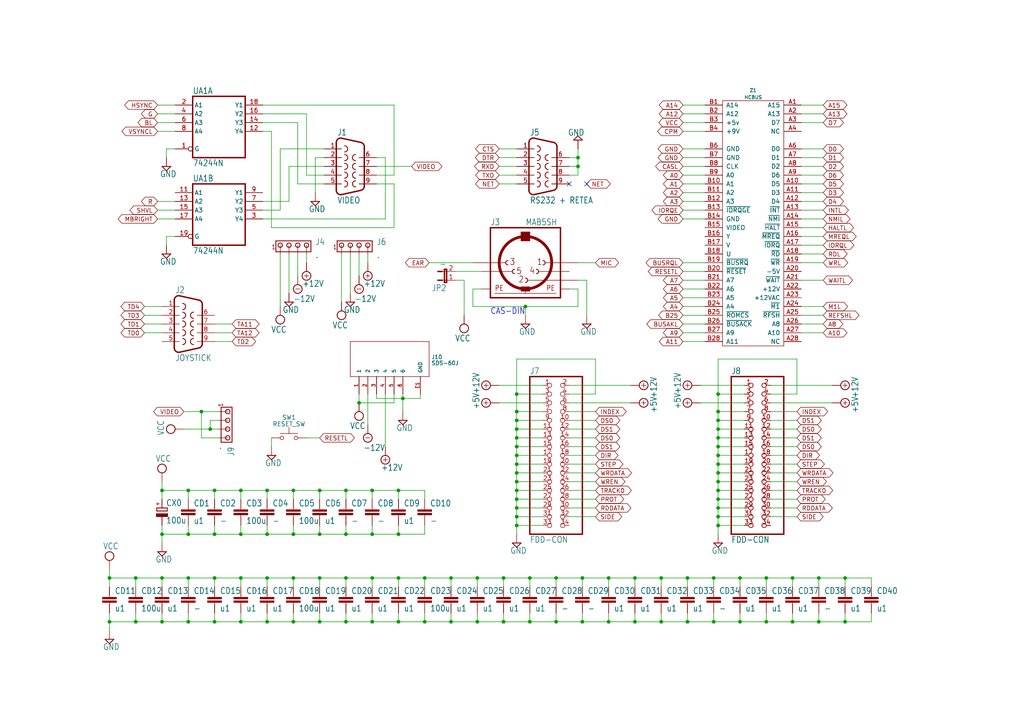
<source format=kicad_sch>
(kicad_sch (version 20230121) (generator eeschema)
  (paper "A4")
  (junction (at 208.28 124.46))
  (junction (at 54.61 180.34))
  (junction (at 138.43 180.34))
  (junction (at 153.67 180.34))
  (junction (at 77.47 142.24))
  (junction (at 191.77 180.34))
  (junction (at 208.28 152.4))
  (junction (at 149.86 129.54))
  (junction (at 107.95 154.94))
  (junction (at 46.99 167.64))
  (junction (at 167.64 45.72))
  (junction (at 62.23 142.24))
  (junction (at 149.86 152.4))
  (junction (at 146.05 180.34))
  (junction (at 54.61 167.64))
  (junction (at 237.49 167.64))
  (junction (at 92.71 180.34))
  (junction (at 92.71 142.24))
  (junction (at 92.71 167.64))
  (junction (at 85.09 142.24))
  (junction (at 149.86 132.08))
  (junction (at 245.11 180.34))
  (junction (at 161.29 167.64))
  (junction (at 208.28 127))
  (junction (at 100.33 180.34))
  (junction (at 77.47 180.34))
  (junction (at 149.86 127))
  (junction (at 229.87 180.34))
  (junction (at 69.85 180.34))
  (junction (at 46.99 180.34))
  (junction (at 138.43 167.64))
  (junction (at 214.63 180.34))
  (junction (at 208.28 139.7))
  (junction (at 85.09 154.94))
  (junction (at 104.14 116.84))
  (junction (at 199.39 167.64))
  (junction (at 149.86 147.32))
  (junction (at 153.67 167.64))
  (junction (at 130.81 180.34))
  (junction (at 207.01 180.34))
  (junction (at 85.09 180.34))
  (junction (at 100.33 142.24))
  (junction (at 46.99 142.24))
  (junction (at 115.57 142.24))
  (junction (at 100.33 154.94))
  (junction (at 149.86 142.24))
  (junction (at 116.84 115.57))
  (junction (at 208.28 144.78))
  (junction (at 168.91 180.34))
  (junction (at 149.86 137.16))
  (junction (at 149.86 124.46))
  (junction (at 85.09 167.64))
  (junction (at 207.01 167.64))
  (junction (at 229.87 167.64))
  (junction (at 176.53 180.34))
  (junction (at 149.86 119.38))
  (junction (at 115.57 180.34))
  (junction (at 46.99 154.94))
  (junction (at 39.37 167.64))
  (junction (at 123.19 167.64))
  (junction (at 69.85 167.64))
  (junction (at 149.86 144.78))
  (junction (at 58.42 119.38))
  (junction (at 168.91 167.64))
  (junction (at 184.15 180.34))
  (junction (at 62.23 154.94))
  (junction (at 184.15 167.64))
  (junction (at 69.85 154.94))
  (junction (at 152.4 88.9))
  (junction (at 208.28 142.24))
  (junction (at 77.47 167.64))
  (junction (at 149.86 139.7))
  (junction (at 115.57 167.64))
  (junction (at 208.28 137.16))
  (junction (at 62.23 167.64))
  (junction (at 107.95 180.34))
  (junction (at 31.75 167.64))
  (junction (at 149.86 114.3))
  (junction (at 115.57 154.94))
  (junction (at 245.11 167.64))
  (junction (at 60.96 124.46))
  (junction (at 208.28 147.32))
  (junction (at 208.28 129.54))
  (junction (at 146.05 167.64))
  (junction (at 149.86 121.92))
  (junction (at 208.28 132.08))
  (junction (at 161.29 180.34))
  (junction (at 100.33 167.64))
  (junction (at 167.64 48.26))
  (junction (at 69.85 142.24))
  (junction (at 107.95 167.64))
  (junction (at 222.25 180.34))
  (junction (at 214.63 167.64))
  (junction (at 149.86 149.86))
  (junction (at 31.75 180.34))
  (junction (at 222.25 167.64))
  (junction (at 199.39 180.34))
  (junction (at 208.28 121.92))
  (junction (at 208.28 119.38))
  (junction (at 54.61 142.24))
  (junction (at 107.95 142.24))
  (junction (at 54.61 154.94))
  (junction (at 176.53 167.64))
  (junction (at 208.28 134.62))
  (junction (at 130.81 167.64))
  (junction (at 208.28 114.3))
  (junction (at 208.28 149.86))
  (junction (at 237.49 180.34))
  (junction (at 62.23 180.34))
  (junction (at 39.37 180.34))
  (junction (at 92.71 154.94))
  (junction (at 191.77 167.64))
  (junction (at 77.47 154.94))
  (junction (at 149.86 134.62))
  (junction (at 123.19 180.34))
  (no_connect (at 165.1 53.34))
  (no_connect (at 170.18 53.34))
  (wire (pts (xy 165.1 114.3) (xy 172.72 114.3)))
  (wire (pts (xy 116.84 114.3) (xy 116.84 115.57)))
  (wire (pts (xy 184.15 167.64) (xy 191.77 167.64)))
  (wire (pts (xy 232.41 35.56) (xy 238.76 35.56)))
  (wire (pts (xy 77.47 154.94) (xy 85.09 154.94)))
  (wire (pts (xy 88.9 76.2) (xy 88.9 73.66)))
  (wire (pts (xy 115.57 142.24) (xy 123.19 142.24)))
  (wire (pts (xy 198.12 60.96) (xy 204.47 60.96)))
  (wire (pts (xy 107.95 180.34) (xy 115.57 180.34)))
  (wire (pts (xy 146.05 180.34) (xy 153.67 180.34)))
  (wire (pts (xy 167.64 50.8) (xy 167.64 48.26)))
  (wire (pts (xy 85.09 180.34) (xy 92.71 180.34)))
  (wire (pts (xy 172.72 132.08) (xy 165.1 132.08)))
  (wire (pts (xy 157.48 137.16) (xy 149.86 137.16)))
  (wire (pts (xy 83.82 48.26) (xy 83.82 58.42)))
  (wire (pts (xy 69.85 170.18) (xy 69.85 167.64)))
  (wire (pts (xy 172.72 76.2) (xy 167.64 76.2)))
  (wire (pts (xy 81.28 43.18) (xy 81.28 60.96)))
  (wire (pts (xy 62.23 99.06) (xy 67.31 99.06)))
  (wire (pts (xy 41.91 88.9) (xy 46.99 88.9)))
  (wire (pts (xy 198.12 81.28) (xy 204.47 81.28)))
  (wire (pts (xy 232.41 91.44) (xy 238.76 91.44)))
  (wire (pts (xy 184.15 167.64) (xy 184.15 170.18)))
  (wire (pts (xy 152.4 88.9) (xy 167.64 88.9)))
  (wire (pts (xy 165.1 48.26) (xy 167.64 48.26)))
  (wire (pts (xy 81.28 60.96) (xy 76.2 60.96)))
  (wire (pts (xy 92.71 142.24) (xy 100.33 142.24)))
  (wire (pts (xy 62.23 96.52) (xy 67.31 96.52)))
  (wire (pts (xy 100.33 177.8) (xy 100.33 180.34)))
  (wire (pts (xy 157.48 127) (xy 149.86 127)))
  (wire (pts (xy 149.86 124.46) (xy 149.86 127)))
  (wire (pts (xy 62.23 152.4) (xy 62.23 154.94)))
  (wire (pts (xy 176.53 170.18) (xy 176.53 167.64)))
  (wire (pts (xy 78.74 129.54) (xy 78.74 127)))
  (wire (pts (xy 222.25 167.64) (xy 222.25 170.18)))
  (wire (pts (xy 157.48 147.32) (xy 149.86 147.32)))
  (wire (pts (xy 172.72 129.54) (xy 165.1 129.54)))
  (wire (pts (xy 69.85 180.34) (xy 77.47 180.34)))
  (wire (pts (xy 138.43 180.34) (xy 146.05 180.34)))
  (wire (pts (xy 88.9 33.02) (xy 76.2 33.02)))
  (wire (pts (xy 198.12 43.18) (xy 204.47 43.18)))
  (wire (pts (xy 93.98 48.26) (xy 83.82 48.26)))
  (wire (pts (xy 172.72 149.86) (xy 165.1 149.86)))
  (wire (pts (xy 215.9 132.08) (xy 208.28 132.08)))
  (wire (pts (xy 69.85 142.24) (xy 69.85 144.78)))
  (wire (pts (xy 130.81 180.34) (xy 138.43 180.34)))
  (wire (pts (xy 232.41 60.96) (xy 238.76 60.96)))
  (wire (pts (xy 215.9 142.24) (xy 208.28 142.24)))
  (wire (pts (xy 208.28 144.78) (xy 208.28 147.32)))
  (wire (pts (xy 203.2 116.84) (xy 215.9 116.84)))
  (wire (pts (xy 198.12 53.34) (xy 204.47 53.34)))
  (wire (pts (xy 45.72 33.02) (xy 50.8 33.02)))
  (wire (pts (xy 231.14 119.38) (xy 223.52 119.38)))
  (wire (pts (xy 107.95 152.4) (xy 107.95 154.94)))
  (wire (pts (xy 157.48 119.38) (xy 149.86 119.38)))
  (wire (pts (xy 231.14 134.62) (xy 223.52 134.62)))
  (wire (pts (xy 245.11 177.8) (xy 245.11 180.34)))
  (wire (pts (xy 144.78 53.34) (xy 149.86 53.34)))
  (wire (pts (xy 114.3 30.48) (xy 76.2 30.48)))
  (wire (pts (xy 46.99 167.64) (xy 54.61 167.64)))
  (wire (pts (xy 232.41 48.26) (xy 238.76 48.26)))
  (wire (pts (xy 231.14 104.14) (xy 208.28 104.14)))
  (wire (pts (xy 100.33 154.94) (xy 107.95 154.94)))
  (wire (pts (xy 215.9 152.4) (xy 208.28 152.4)))
  (wire (pts (xy 115.57 144.78) (xy 115.57 142.24)))
  (wire (pts (xy 62.23 170.18) (xy 62.23 167.64)))
  (wire (pts (xy 115.57 177.8) (xy 115.57 180.34)))
  (wire (pts (xy 198.12 35.56) (xy 204.47 35.56)))
  (wire (pts (xy 215.9 114.3) (xy 208.28 114.3)))
  (wire (pts (xy 199.39 167.64) (xy 207.01 167.64)))
  (wire (pts (xy 157.48 121.92) (xy 149.86 121.92)))
  (wire (pts (xy 115.57 170.18) (xy 115.57 167.64)))
  (wire (pts (xy 153.67 180.34) (xy 161.29 180.34)))
  (wire (pts (xy 172.72 119.38) (xy 165.1 119.38)))
  (wire (pts (xy 149.86 129.54) (xy 149.86 132.08)))
  (wire (pts (xy 69.85 167.64) (xy 77.47 167.64)))
  (wire (pts (xy 157.48 134.62) (xy 149.86 134.62)))
  (wire (pts (xy 63.5 121.92) (xy 60.96 121.92)))
  (wire (pts (xy 149.86 104.14) (xy 149.86 114.3)))
  (wire (pts (xy 107.95 167.64) (xy 107.95 170.18)))
  (wire (pts (xy 168.91 180.34) (xy 176.53 180.34)))
  (wire (pts (xy 149.86 144.78) (xy 149.86 147.32)))
  (wire (pts (xy 232.41 45.72) (xy 238.76 45.72)))
  (wire (pts (xy 146.05 167.64) (xy 146.05 170.18)))
  (wire (pts (xy 232.41 33.02) (xy 238.76 33.02)))
  (wire (pts (xy 198.12 88.9) (xy 204.47 88.9)))
  (wire (pts (xy 101.6 85.09) (xy 101.6 73.66)))
  (wire (pts (xy 106.68 123.19) (xy 106.68 114.3)))
  (wire (pts (xy 172.72 104.14) (xy 149.86 104.14)))
  (wire (pts (xy 134.62 81.28) (xy 134.62 91.44)))
  (wire (pts (xy 208.28 134.62) (xy 208.28 137.16)))
  (wire (pts (xy 215.9 124.46) (xy 208.28 124.46)))
  (wire (pts (xy 229.87 177.8) (xy 229.87 180.34)))
  (wire (pts (xy 92.71 180.34) (xy 100.33 180.34)))
  (wire (pts (xy 176.53 177.8) (xy 176.53 180.34)))
  (wire (pts (xy 198.12 50.8) (xy 204.47 50.8)))
  (wire (pts (xy 149.86 147.32) (xy 149.86 149.86)))
  (wire (pts (xy 46.99 142.24) (xy 54.61 142.24)))
  (wire (pts (xy 231.14 124.46) (xy 223.52 124.46)))
  (wire (pts (xy 109.22 48.26) (xy 119.38 48.26)))
  (wire (pts (xy 167.64 88.9) (xy 167.64 83.82)))
  (wire (pts (xy 77.47 180.34) (xy 85.09 180.34)))
  (wire (pts (xy 157.48 142.24) (xy 149.86 142.24)))
  (wire (pts (xy 139.7 78.74) (xy 132.08 78.74)))
  (wire (pts (xy 46.99 96.52) (xy 41.91 96.52)))
  (wire (pts (xy 191.77 167.64) (xy 191.77 170.18)))
  (wire (pts (xy 199.39 177.8) (xy 199.39 180.34)))
  (wire (pts (xy 153.67 167.64) (xy 161.29 167.64)))
  (wire (pts (xy 54.61 170.18) (xy 54.61 167.64)))
  (wire (pts (xy 92.71 177.8) (xy 92.71 180.34)))
  (wire (pts (xy 31.75 177.8) (xy 31.75 180.34)))
  (wire (pts (xy 167.64 48.26) (xy 167.64 45.72)))
  (wire (pts (xy 81.28 88.9) (xy 81.28 73.66)))
  (wire (pts (xy 208.28 147.32) (xy 208.28 149.86)))
  (wire (pts (xy 83.82 85.09) (xy 83.82 73.66)))
  (wire (pts (xy 39.37 170.18) (xy 39.37 167.64)))
  (wire (pts (xy 77.47 152.4) (xy 77.47 154.94)))
  (wire (pts (xy 231.14 114.3) (xy 231.14 104.14)))
  (wire (pts (xy 149.86 127) (xy 149.86 129.54)))
  (wire (pts (xy 214.63 180.34) (xy 222.25 180.34)))
  (wire (pts (xy 130.81 167.64) (xy 138.43 167.64)))
  (wire (pts (xy 54.61 167.64) (xy 62.23 167.64)))
  (wire (pts (xy 232.41 71.12) (xy 238.76 71.12)))
  (wire (pts (xy 232.41 63.5) (xy 238.76 63.5)))
  (wire (pts (xy 207.01 177.8) (xy 207.01 180.34)))
  (wire (pts (xy 45.72 30.48) (xy 50.8 30.48)))
  (wire (pts (xy 39.37 180.34) (xy 46.99 180.34)))
  (wire (pts (xy 232.41 50.8) (xy 238.76 50.8)))
  (wire (pts (xy 208.28 121.92) (xy 208.28 124.46)))
  (wire (pts (xy 92.71 127) (xy 88.9 127)))
  (wire (pts (xy 31.75 167.64) (xy 39.37 167.64)))
  (wire (pts (xy 39.37 177.8) (xy 39.37 180.34)))
  (wire (pts (xy 92.71 167.64) (xy 100.33 167.64)))
  (wire (pts (xy 39.37 167.64) (xy 46.99 167.64)))
  (wire (pts (xy 252.73 167.64) (xy 245.11 167.64)))
  (wire (pts (xy 54.61 152.4) (xy 54.61 154.94)))
  (wire (pts (xy 45.72 35.56) (xy 50.8 35.56)))
  (wire (pts (xy 215.9 139.7) (xy 208.28 139.7)))
  (wire (pts (xy 157.48 139.7) (xy 149.86 139.7)))
  (wire (pts (xy 149.86 152.4) (xy 149.86 154.94)))
  (wire (pts (xy 45.72 60.96) (xy 50.8 60.96)))
  (wire (pts (xy 130.81 177.8) (xy 130.81 180.34)))
  (wire (pts (xy 182.88 111.76) (xy 165.1 111.76)))
  (wire (pts (xy 92.71 152.4) (xy 92.71 154.94)))
  (wire (pts (xy 58.42 119.38) (xy 63.5 119.38)))
  (wire (pts (xy 198.12 48.26) (xy 204.47 48.26)))
  (wire (pts (xy 62.23 93.98) (xy 67.31 93.98)))
  (wire (pts (xy 104.14 80.01) (xy 104.14 73.66)))
  (wire (pts (xy 62.23 180.34) (xy 69.85 180.34)))
  (wire (pts (xy 172.72 142.24) (xy 165.1 142.24)))
  (wire (pts (xy 114.3 53.34) (xy 114.3 66.04)))
  (wire (pts (xy 191.77 180.34) (xy 199.39 180.34)))
  (wire (pts (xy 107.95 142.24) (xy 115.57 142.24)))
  (wire (pts (xy 208.28 129.54) (xy 208.28 132.08)))
  (wire (pts (xy 149.86 134.62) (xy 149.86 137.16)))
  (wire (pts (xy 172.72 147.32) (xy 165.1 147.32)))
  (wire (pts (xy 86.36 35.56) (xy 76.2 35.56)))
  (wire (pts (xy 123.19 177.8) (xy 123.19 180.34)))
  (wire (pts (xy 208.28 137.16) (xy 208.28 139.7)))
  (wire (pts (xy 232.41 55.88) (xy 238.76 55.88)))
  (wire (pts (xy 138.43 167.64) (xy 146.05 167.64)))
  (wire (pts (xy 198.12 33.02) (xy 204.47 33.02)))
  (wire (pts (xy 153.67 167.64) (xy 153.67 170.18)))
  (wire (pts (xy 31.75 167.64) (xy 31.75 170.18)))
  (wire (pts (xy 232.41 81.28) (xy 238.76 81.28)))
  (wire (pts (xy 232.41 76.2) (xy 238.76 76.2)))
  (wire (pts (xy 208.28 139.7) (xy 208.28 142.24)))
  (wire (pts (xy 144.78 43.18) (xy 149.86 43.18)))
  (wire (pts (xy 60.96 124.46) (xy 63.5 124.46)))
  (wire (pts (xy 149.86 139.7) (xy 149.86 142.24)))
  (wire (pts (xy 54.61 180.34) (xy 62.23 180.34)))
  (wire (pts (xy 198.12 76.2) (xy 204.47 76.2)))
  (wire (pts (xy 48.26 68.58) (xy 50.8 68.58)))
  (wire (pts (xy 45.72 38.1) (xy 50.8 38.1)))
  (wire (pts (xy 41.91 91.44) (xy 46.99 91.44)))
  (wire (pts (xy 45.72 63.5) (xy 50.8 63.5)))
  (wire (pts (xy 85.09 142.24) (xy 85.09 144.78)))
  (wire (pts (xy 46.99 154.94) (xy 54.61 154.94)))
  (wire (pts (xy 149.86 132.08) (xy 149.86 134.62)))
  (wire (pts (xy 86.36 53.34) (xy 86.36 35.56)))
  (wire (pts (xy 232.41 66.04) (xy 238.76 66.04)))
  (wire (pts (xy 172.72 127) (xy 165.1 127)))
  (wire (pts (xy 139.7 83.82) (xy 137.16 83.82)))
  (wire (pts (xy 215.9 121.92) (xy 208.28 121.92)))
  (wire (pts (xy 208.28 119.38) (xy 208.28 121.92)))
  (wire (pts (xy 215.9 134.62) (xy 208.28 134.62)))
  (wire (pts (xy 198.12 93.98) (xy 204.47 93.98)))
  (wire (pts (xy 232.41 30.48) (xy 238.76 30.48)))
  (wire (pts (xy 232.41 43.18) (xy 238.76 43.18)))
  (wire (pts (xy 157.48 132.08) (xy 149.86 132.08)))
  (wire (pts (xy 215.9 144.78) (xy 208.28 144.78)))
  (wire (pts (xy 62.23 142.24) (xy 62.23 144.78)))
  (wire (pts (xy 208.28 152.4) (xy 208.28 154.94)))
  (wire (pts (xy 45.72 58.42) (xy 50.8 58.42)))
  (wire (pts (xy 114.3 66.04) (xy 78.74 66.04)))
  (wire (pts (xy 182.88 116.84) (xy 165.1 116.84)))
  (wire (pts (xy 85.09 177.8) (xy 85.09 180.34)))
  (wire (pts (xy 46.99 157.48) (xy 46.99 154.94)))
  (wire (pts (xy 214.63 167.64) (xy 222.25 167.64)))
  (wire (pts (xy 100.33 180.34) (xy 107.95 180.34)))
  (wire (pts (xy 137.16 83.82) (xy 137.16 88.9)))
  (wire (pts (xy 46.99 170.18) (xy 46.99 167.64)))
  (wire (pts (xy 85.09 167.64) (xy 92.71 167.64)))
  (wire (pts (xy 198.12 63.5) (xy 204.47 63.5)))
  (wire (pts (xy 78.74 38.1) (xy 76.2 38.1)))
  (wire (pts (xy 130.81 167.64) (xy 130.81 170.18)))
  (wire (pts (xy 232.41 88.9) (xy 238.76 88.9)))
  (wire (pts (xy 46.99 177.8) (xy 46.99 180.34)))
  (wire (pts (xy 157.48 152.4) (xy 149.86 152.4)))
  (wire (pts (xy 31.75 180.34) (xy 31.75 182.88)))
  (wire (pts (xy 93.98 50.8) (xy 88.9 50.8)))
  (wire (pts (xy 62.23 177.8) (xy 62.23 180.34)))
  (wire (pts (xy 223.52 114.3) (xy 231.14 114.3)))
  (wire (pts (xy 231.14 147.32) (xy 223.52 147.32)))
  (wire (pts (xy 111.76 129.54) (xy 111.76 114.3)))
  (wire (pts (xy 121.92 114.3) (xy 121.92 115.57)))
  (wire (pts (xy 115.57 154.94) (xy 123.19 154.94)))
  (wire (pts (xy 138.43 177.8) (xy 138.43 180.34)))
  (wire (pts (xy 88.9 50.8) (xy 88.9 33.02)))
  (wire (pts (xy 149.86 114.3) (xy 149.86 119.38)))
  (wire (pts (xy 116.84 119.38) (xy 116.84 115.57)))
  (wire (pts (xy 123.19 152.4) (xy 123.19 154.94)))
  (wire (pts (xy 121.92 115.57) (xy 116.84 115.57)))
  (wire (pts (xy 176.53 167.64) (xy 184.15 167.64)))
  (wire (pts (xy 232.41 53.34) (xy 238.76 53.34)))
  (wire (pts (xy 237.49 170.18) (xy 237.49 167.64)))
  (wire (pts (xy 161.29 180.34) (xy 168.91 180.34)))
  (wire (pts (xy 149.86 137.16) (xy 149.86 139.7)))
  (wire (pts (xy 109.22 53.34) (xy 114.3 53.34)))
  (wire (pts (xy 111.76 45.72) (xy 111.76 63.5)))
  (wire (pts (xy 199.39 180.34) (xy 207.01 180.34)))
  (wire (pts (xy 237.49 180.34) (xy 229.87 180.34)))
  (wire (pts (xy 198.12 91.44) (xy 204.47 91.44)))
  (wire (pts (xy 161.29 167.64) (xy 168.91 167.64)))
  (wire (pts (xy 107.95 154.94) (xy 115.57 154.94)))
  (wire (pts (xy 48.26 43.18) (xy 50.8 43.18)))
  (wire (pts (xy 93.98 53.34) (xy 86.36 53.34)))
  (wire (pts (xy 123.19 144.78) (xy 123.19 142.24)))
  (wire (pts (xy 215.9 129.54) (xy 208.28 129.54)))
  (wire (pts (xy 107.95 142.24) (xy 107.95 144.78)))
  (wire (pts (xy 241.3 111.76) (xy 223.52 111.76)))
  (wire (pts (xy 214.63 177.8) (xy 214.63 180.34)))
  (wire (pts (xy 172.72 114.3) (xy 172.72 104.14)))
  (wire (pts (xy 115.57 167.64) (xy 123.19 167.64)))
  (wire (pts (xy 252.73 170.18) (xy 252.73 167.64)))
  (wire (pts (xy 241.3 116.84) (xy 223.52 116.84)))
  (wire (pts (xy 92.71 170.18) (xy 92.71 167.64)))
  (wire (pts (xy 107.95 167.64) (xy 115.57 167.64)))
  (wire (pts (xy 198.12 96.52) (xy 204.47 96.52)))
  (wire (pts (xy 198.12 86.36) (xy 204.47 86.36)))
  (wire (pts (xy 172.72 144.78) (xy 165.1 144.78)))
  (wire (pts (xy 172.72 121.92) (xy 165.1 121.92)))
  (wire (pts (xy 231.14 149.86) (xy 223.52 149.86)))
  (wire (pts (xy 176.53 180.34) (xy 184.15 180.34)))
  (wire (pts (xy 114.3 116.84) (xy 104.14 116.84)))
  (wire (pts (xy 208.28 124.46) (xy 208.28 127)))
  (wire (pts (xy 157.48 114.3) (xy 149.86 114.3)))
  (wire (pts (xy 198.12 58.42) (xy 204.47 58.42)))
  (wire (pts (xy 77.47 142.24) (xy 77.47 144.78)))
  (wire (pts (xy 157.48 149.86) (xy 149.86 149.86)))
  (wire (pts (xy 54.61 177.8) (xy 54.61 180.34)))
  (wire (pts (xy 215.9 119.38) (xy 208.28 119.38)))
  (wire (pts (xy 83.82 58.42) (xy 76.2 58.42)))
  (wire (pts (xy 215.9 137.16) (xy 208.28 137.16)))
  (wire (pts (xy 109.22 115.57) (xy 109.22 114.3)))
  (wire (pts (xy 149.86 149.86) (xy 149.86 152.4)))
  (wire (pts (xy 31.75 165.1) (xy 31.75 167.64)))
  (wire (pts (xy 157.48 124.46) (xy 149.86 124.46)))
  (wire (pts (xy 144.78 48.26) (xy 149.86 48.26)))
  (wire (pts (xy 215.9 127) (xy 208.28 127)))
  (wire (pts (xy 115.57 152.4) (xy 115.57 154.94)))
  (wire (pts (xy 144.78 50.8) (xy 149.86 50.8)))
  (wire (pts (xy 207.01 167.64) (xy 207.01 170.18)))
  (wire (pts (xy 77.47 142.24) (xy 85.09 142.24)))
  (wire (pts (xy 93.98 45.72) (xy 91.44 45.72)))
  (wire (pts (xy 229.87 167.64) (xy 222.25 167.64)))
  (wire (pts (xy 191.77 177.8) (xy 191.77 180.34)))
  (wire (pts (xy 99.06 87.63) (xy 99.06 73.66)))
  (wire (pts (xy 208.28 149.86) (xy 208.28 152.4)))
  (wire (pts (xy 144.78 45.72) (xy 149.86 45.72)))
  (wire (pts (xy 46.99 152.4) (xy 46.99 154.94)))
  (wire (pts (xy 232.41 68.58) (xy 238.76 68.58)))
  (wire (pts (xy 124.46 76.2) (xy 137.16 76.2)))
  (wire (pts (xy 137.16 88.9) (xy 152.4 88.9)))
  (wire (pts (xy 229.87 167.64) (xy 237.49 167.64)))
  (wire (pts (xy 109.22 50.8) (xy 114.3 50.8)))
  (wire (pts (xy 144.78 116.84) (xy 157.48 116.84)))
  (wire (pts (xy 100.33 142.24) (xy 107.95 142.24)))
  (wire (pts (xy 207.01 167.64) (xy 214.63 167.64)))
  (wire (pts (xy 198.12 38.1) (xy 204.47 38.1)))
  (wire (pts (xy 48.26 45.72) (xy 48.26 43.18)))
  (wire (pts (xy 85.09 152.4) (xy 85.09 154.94)))
  (wire (pts (xy 54.61 142.24) (xy 62.23 142.24)))
  (wire (pts (xy 58.42 127) (xy 63.5 127)))
  (wire (pts (xy 222.25 180.34) (xy 222.25 177.8)))
  (wire (pts (xy 146.05 177.8) (xy 146.05 180.34)))
  (wire (pts (xy 208.28 114.3) (xy 208.28 119.38)))
  (wire (pts (xy 232.41 58.42) (xy 238.76 58.42)))
  (wire (pts (xy 161.29 177.8) (xy 161.29 180.34)))
  (wire (pts (xy 232.41 93.98) (xy 238.76 93.98)))
  (wire (pts (xy 77.47 177.8) (xy 77.47 180.34)))
  (wire (pts (xy 123.19 170.18) (xy 123.19 167.64)))
  (wire (pts (xy 91.44 45.72) (xy 91.44 55.88)))
  (wire (pts (xy 184.15 177.8) (xy 184.15 180.34)))
  (wire (pts (xy 157.48 144.78) (xy 149.86 144.78)))
  (wire (pts (xy 62.23 167.64) (xy 69.85 167.64)))
  (wire (pts (xy 172.72 124.46) (xy 165.1 124.46)))
  (wire (pts (xy 132.08 81.28) (xy 134.62 81.28)))
  (wire (pts (xy 167.64 83.82) (xy 165.1 83.82)))
  (wire (pts (xy 123.19 180.34) (xy 130.81 180.34)))
  (wire (pts (xy 93.98 43.18) (xy 81.28 43.18)))
  (wire (pts (xy 100.33 170.18) (xy 100.33 167.64)))
  (wire (pts (xy 115.57 180.34) (xy 123.19 180.34)))
  (wire (pts (xy 41.91 93.98) (xy 46.99 93.98)))
  (wire (pts (xy 231.14 137.16) (xy 223.52 137.16)))
  (wire (pts (xy 165.1 45.72) (xy 167.64 45.72)))
  (wire (pts (xy 116.84 115.57) (xy 109.22 115.57)))
  (wire (pts (xy 62.23 142.24) (xy 69.85 142.24)))
  (wire (pts (xy 54.61 154.94) (xy 62.23 154.94)))
  (wire (pts (xy 172.72 139.7) (xy 165.1 139.7)))
  (wire (pts (xy 53.34 124.46) (xy 60.96 124.46)))
  (wire (pts (xy 208.28 142.24) (xy 208.28 144.78)))
  (wire (pts (xy 231.14 142.24) (xy 223.52 142.24)))
  (wire (pts (xy 208.28 132.08) (xy 208.28 134.62)))
  (wire (pts (xy 168.91 167.64) (xy 176.53 167.64)))
  (wire (pts (xy 168.91 170.18) (xy 168.91 167.64)))
  (wire (pts (xy 69.85 152.4) (xy 69.85 154.94)))
  (wire (pts (xy 92.71 154.94) (xy 100.33 154.94)))
  (wire (pts (xy 232.41 73.66) (xy 238.76 73.66)))
  (wire (pts (xy 85.09 142.24) (xy 92.71 142.24)))
  (wire (pts (xy 215.9 111.76) (xy 203.2 111.76)))
  (wire (pts (xy 46.99 180.34) (xy 54.61 180.34)))
  (wire (pts (xy 77.47 167.64) (xy 85.09 167.64)))
  (wire (pts (xy 165.1 50.8) (xy 167.64 50.8)))
  (wire (pts (xy 191.77 167.64) (xy 199.39 167.64)))
  (wire (pts (xy 215.9 147.32) (xy 208.28 147.32)))
  (wire (pts (xy 208.28 127) (xy 208.28 129.54)))
  (wire (pts (xy 69.85 142.24) (xy 77.47 142.24)))
  (wire (pts (xy 167.64 81.28) (xy 170.18 81.28)))
  (wire (pts (xy 245.11 170.18) (xy 245.11 167.64)))
  (wire (pts (xy 231.14 139.7) (xy 223.52 139.7)))
  (wire (pts (xy 198.12 83.82) (xy 204.47 83.82)))
  (wire (pts (xy 85.09 167.64) (xy 85.09 170.18)))
  (wire (pts (xy 109.22 45.72) (xy 111.76 45.72)))
  (wire (pts (xy 78.74 66.04) (xy 78.74 38.1)))
  (wire (pts (xy 172.72 137.16) (xy 165.1 137.16)))
  (wire (pts (xy 198.12 99.06) (xy 204.47 99.06)))
  (wire (pts (xy 149.86 121.92) (xy 149.86 124.46)))
  (wire (pts (xy 153.67 177.8) (xy 153.67 180.34)))
  (wire (pts (xy 107.95 177.8) (xy 107.95 180.34)))
  (wire (pts (xy 48.26 71.12) (xy 48.26 68.58)))
  (wire (pts (xy 231.14 132.08) (xy 223.52 132.08)))
  (wire (pts (xy 106.68 76.2) (xy 106.68 73.66)))
  (wire (pts (xy 62.23 154.94) (xy 69.85 154.94)))
  (wire (pts (xy 170.18 81.28) (xy 170.18 91.44)))
  (wire (pts (xy 167.64 45.72) (xy 167.64 43.18)))
  (wire (pts (xy 208.28 104.14) (xy 208.28 114.3)))
  (wire (pts (xy 231.14 144.78) (xy 223.52 144.78)))
  (wire (pts (xy 198.12 55.88) (xy 204.47 55.88)))
  (wire (pts (xy 231.14 129.54) (xy 223.52 129.54)))
  (wire (pts (xy 54.61 142.24) (xy 54.61 144.78)))
  (wire (pts (xy 58.42 119.38) (xy 58.42 127)))
  (wire (pts (xy 60.96 121.92) (xy 60.96 124.46)))
  (wire (pts (xy 146.05 167.64) (xy 153.67 167.64)))
  (wire (pts (xy 245.11 180.34) (xy 237.49 180.34)))
  (wire (pts (xy 252.73 180.34) (xy 245.11 180.34)))
  (wire (pts (xy 111.76 63.5) (xy 76.2 63.5)))
  (wire (pts (xy 157.48 111.76) (xy 144.78 111.76)))
  (wire (pts (xy 114.3 50.8) (xy 114.3 30.48)))
  (wire (pts (xy 161.29 170.18) (xy 161.29 167.64)))
  (wire (pts (xy 245.11 167.64) (xy 237.49 167.64)))
  (wire (pts (xy 104.14 116.84) (xy 104.14 114.3)))
  (wire (pts (xy 77.47 167.64) (xy 77.47 170.18)))
  (wire (pts (xy 198.12 45.72) (xy 204.47 45.72)))
  (wire (pts (xy 31.75 180.34) (xy 39.37 180.34)))
  (wire (pts (xy 231.14 127) (xy 223.52 127)))
  (wire (pts (xy 53.34 119.38) (xy 58.42 119.38)))
  (wire (pts (xy 229.87 180.34) (xy 222.25 180.34)))
  (wire (pts (xy 198.12 30.48) (xy 204.47 30.48)))
  (wire (pts (xy 69.85 177.8) (xy 69.85 180.34)))
  (wire (pts (xy 86.36 80.01) (xy 86.36 73.66)))
  (wire (pts (xy 100.33 152.4) (xy 100.33 154.94)))
  (wire (pts (xy 199.39 167.64) (xy 199.39 170.18)))
  (wire (pts (xy 207.01 180.34) (xy 214.63 180.34)))
  (wire (pts (xy 229.87 170.18) (xy 229.87 167.64)))
  (wire (pts (xy 149.86 142.24) (xy 149.86 144.78)))
  (wire (pts (xy 231.14 121.92) (xy 223.52 121.92)))
  (wire (pts (xy 184.15 180.34) (xy 191.77 180.34)))
  (wire (pts (xy 214.63 170.18) (xy 214.63 167.64)))
  (wire (pts (xy 198.12 78.74) (xy 204.47 78.74)))
  (wire (pts (xy 237.49 177.8) (xy 237.49 180.34)))
  (wire (pts (xy 172.72 134.62) (xy 165.1 134.62)))
  (wire (pts (xy 114.3 114.3) (xy 114.3 116.84)))
  (wire (pts (xy 152.4 91.44) (xy 152.4 88.9)))
  (wire (pts (xy 149.86 119.38) (xy 149.86 121.92)))
  (wire (pts (xy 123.19 167.64) (xy 130.81 167.64)))
  (wire (pts (xy 46.99 144.78) (xy 46.99 142.24)))
  (wire (pts (xy 46.99 139.7) (xy 46.99 142.24)))
  (wire (pts (xy 232.41 96.52) (xy 238.76 96.52)))
  (wire (pts (xy 85.09 154.94) (xy 92.71 154.94)))
  (wire (pts (xy 100.33 167.64) (xy 107.95 167.64)))
  (wire (pts (xy 252.73 177.8) (xy 252.73 180.34)))
  (wire (pts (xy 69.85 154.94) (xy 77.47 154.94)))
  (wire (pts (xy 157.48 129.54) (xy 149.86 129.54)))
  (wire (pts (xy 168.91 177.8) (xy 168.91 180.34)))
  (wire (pts (xy 100.33 142.24) (xy 100.33 144.78)))
  (wire (pts (xy 92.71 142.24) (xy 92.71 144.78)))
  (wire (pts (xy 138.43 167.64) (xy 138.43 170.18)))
  (wire (pts (xy 215.9 149.86) (xy 208.28 149.86)))
  (text "CAS-DIN" (at 142.24 91.44 0) (effects (font (size 1.778 1.5113)) (justify left bottom)))
  (global_label "R" (shape bidirectional) (at 45.72 58.42 180) (effects (font (size 1.2446 1.2446))) (property "Intersheetrefs" "${INTERSHEET_REFS}" (effects hide)))
  (global_label "MIC" (shape bidirectional) (at 172.72 76.2 0) (effects (font (size 1.2446 1.2446))) (property "Intersheetrefs" "${INTERSHEET_REFS}" (effects hide)))
  (global_label "INDEX" (shape bidirectional) (at 172.72 119.38 0) (effects (font (size 1.2446 1.2446))) (property "Intersheetrefs" "${INTERSHEET_REFS}" (effects hide)))
  (global_label "HALTL" (shape bidirectional) (at 238.76 66.04 0) (effects (font (size 1.2446 1.2446))) (property "Intersheetrefs" "${INTERSHEET_REFS}" (effects hide)))
  (global_label "G" (shape bidirectional) (at 45.72 33.02 180) (effects (font (size 1.2446 1.2446))) (property "Intersheetrefs" "${INTERSHEET_REFS}" (effects hide)))
  (global_label "GND" (shape bidirectional) (at 198.12 45.72 180) (effects (font (size 1.2446 1.2446))) (property "Intersheetrefs" "${INTERSHEET_REFS}" (effects hide)))
  (global_label "DS0" (shape bidirectional) (at 231.14 129.54 0) (effects (font (size 1.2446 1.2446))) (property "Intersheetrefs" "${INTERSHEET_REFS}" (effects hide)))
  (global_label "A2" (shape bidirectional) (at 198.12 55.88 180) (effects (font (size 1.2446 1.2446))) (property "Intersheetrefs" "${INTERSHEET_REFS}" (effects hide)))
  (global_label "DTR" (shape bidirectional) (at 144.78 45.72 180) (effects (font (size 1.2446 1.2446))) (property "Intersheetrefs" "${INTERSHEET_REFS}" (effects hide)))
  (global_label "A0" (shape bidirectional) (at 198.12 50.8 180) (effects (font (size 1.2446 1.2446))) (property "Intersheetrefs" "${INTERSHEET_REFS}" (effects hide)))
  (global_label "DS1" (shape bidirectional) (at 172.72 129.54 0) (effects (font (size 1.2446 1.2446))) (property "Intersheetrefs" "${INTERSHEET_REFS}" (effects hide)))
  (global_label "GND" (shape bidirectional) (at 198.12 63.5 180) (effects (font (size 1.2446 1.2446))) (property "Intersheetrefs" "${INTERSHEET_REFS}" (effects hide)))
  (global_label "RDDATA" (shape bidirectional) (at 231.14 147.32 0) (effects (font (size 1.2446 1.2446))) (property "Intersheetrefs" "${INTERSHEET_REFS}" (effects hide)))
  (global_label "DS1" (shape bidirectional) (at 172.72 124.46 0) (effects (font (size 1.2446 1.2446))) (property "Intersheetrefs" "${INTERSHEET_REFS}" (effects hide)))
  (global_label "EAR" (shape bidirectional) (at 124.46 76.2 180) (effects (font (size 1.2446 1.2446))) (property "Intersheetrefs" "${INTERSHEET_REFS}" (effects hide)))
  (global_label "SIDE" (shape bidirectional) (at 172.72 149.86 0) (effects (font (size 1.2446 1.2446))) (property "Intersheetrefs" "${INTERSHEET_REFS}" (effects hide)))
  (global_label "TD2" (shape bidirectional) (at 67.31 99.06 0) (effects (font (size 1.2446 1.2446))) (property "Intersheetrefs" "${INTERSHEET_REFS}" (effects hide)))
  (global_label "RESETL" (shape bidirectional) (at 198.12 78.74 180) (effects (font (size 1.2446 1.2446))) (property "Intersheetrefs" "${INTERSHEET_REFS}" (effects hide)))
  (global_label "WREN" (shape bidirectional) (at 231.14 139.7 0) (effects (font (size 1.2446 1.2446))) (property "Intersheetrefs" "${INTERSHEET_REFS}" (effects hide)))
  (global_label "WREN" (shape bidirectional) (at 172.72 139.7 0) (effects (font (size 1.2446 1.2446))) (property "Intersheetrefs" "${INTERSHEET_REFS}" (effects hide)))
  (global_label "B25" (shape bidirectional) (at 198.12 91.44 180) (effects (font (size 1.2446 1.2446))) (property "Intersheetrefs" "${INTERSHEET_REFS}" (effects hide)))
  (global_label "A8" (shape bidirectional) (at 238.76 93.98 0) (effects (font (size 1.2446 1.2446))) (property "Intersheetrefs" "${INTERSHEET_REFS}" (effects hide)))
  (global_label "TD3" (shape bidirectional) (at 41.91 91.44 180) (effects (font (size 1.2446 1.2446))) (property "Intersheetrefs" "${INTERSHEET_REFS}" (effects hide)))
  (global_label "A9" (shape bidirectional) (at 198.12 96.52 180) (effects (font (size 1.2446 1.2446))) (property "Intersheetrefs" "${INTERSHEET_REFS}" (effects hide)))
  (global_label "STEP" (shape bidirectional) (at 231.14 134.62 0) (effects (font (size 1.2446 1.2446))) (property "Intersheetrefs" "${INTERSHEET_REFS}" (effects hide)))
  (global_label "IORQE" (shape bidirectional) (at 198.12 60.96 180) (effects (font (size 1.2446 1.2446))) (property "Intersheetrefs" "${INTERSHEET_REFS}" (effects hide)))
  (global_label "SIDE" (shape bidirectional) (at 231.14 149.86 0) (effects (font (size 1.2446 1.2446))) (property "Intersheetrefs" "${INTERSHEET_REFS}" (effects hide)))
  (global_label "NET" (shape bidirectional) (at 170.18 53.34 0) (effects (font (size 1.2446 1.2446))) (property "Intersheetrefs" "${INTERSHEET_REFS}" (effects hide)))
  (global_label "WAITL" (shape bidirectional) (at 238.76 81.28 0) (effects (font (size 1.2446 1.2446))) (property "Intersheetrefs" "${INTERSHEET_REFS}" (effects hide)))
  (global_label "DIR" (shape bidirectional) (at 172.72 132.08 0) (effects (font (size 1.2446 1.2446))) (property "Intersheetrefs" "${INTERSHEET_REFS}" (effects hide)))
  (global_label "BUSAKL" (shape bidirectional) (at 198.12 93.98 180) (effects (font (size 1.2446 1.2446))) (property "Intersheetrefs" "${INTERSHEET_REFS}" (effects hide)))
  (global_label "A11" (shape bidirectional) (at 198.12 99.06 180) (effects (font (size 1.2446 1.2446))) (property "Intersheetrefs" "${INTERSHEET_REFS}" (effects hide)))
  (global_label "MBRIGHT" (shape bidirectional) (at 45.72 63.5 180) (effects (font (size 1.2446 1.2446))) (property "Intersheetrefs" "${INTERSHEET_REFS}" (effects hide)))
  (global_label "VIDEO" (shape bidirectional) (at 119.38 48.26 0) (effects (font (size 1.2446 1.2446))) (property "Intersheetrefs" "${INTERSHEET_REFS}" (effects hide)))
  (global_label "D1" (shape bidirectional) (at 238.76 45.72 0) (effects (font (size 1.2446 1.2446))) (property "Intersheetrefs" "${INTERSHEET_REFS}" (effects hide)))
  (global_label "TA11" (shape bidirectional) (at 67.31 93.98 0) (effects (font (size 1.2446 1.2446))) (property "Intersheetrefs" "${INTERSHEET_REFS}" (effects hide)))
  (global_label "A10" (shape bidirectional) (at 238.76 96.52 0) (effects (font (size 1.2446 1.2446))) (property "Intersheetrefs" "${INTERSHEET_REFS}" (effects hide)))
  (global_label "TD0" (shape bidirectional) (at 41.91 96.52 180) (effects (font (size 1.2446 1.2446))) (property "Intersheetrefs" "${INTERSHEET_REFS}" (effects hide)))
  (global_label "GND" (shape bidirectional) (at 198.12 43.18 180) (effects (font (size 1.2446 1.2446))) (property "Intersheetrefs" "${INTERSHEET_REFS}" (effects hide)))
  (global_label "VIDEO" (shape bidirectional) (at 53.34 119.38 180) (effects (font (size 1.2446 1.2446))) (property "Intersheetrefs" "${INTERSHEET_REFS}" (effects hide)))
  (global_label "RESETL" (shape bidirectional) (at 92.71 127 0) (effects (font (size 1.2446 1.2446))) (property "Intersheetrefs" "${INTERSHEET_REFS}" (effects hide)))
  (global_label "M1L" (shape bidirectional) (at 238.76 88.9 0) (effects (font (size 1.2446 1.2446))) (property "Intersheetrefs" "${INTERSHEET_REFS}" (effects hide)))
  (global_label "VSYNCL" (shape bidirectional) (at 45.72 38.1 180) (effects (font (size 1.2446 1.2446))) (property "Intersheetrefs" "${INTERSHEET_REFS}" (effects hide)))
  (global_label "TA12" (shape bidirectional) (at 67.31 96.52 0) (effects (font (size 1.2446 1.2446))) (property "Intersheetrefs" "${INTERSHEET_REFS}" (effects hide)))
  (global_label "D7" (shape bidirectional) (at 238.76 35.56 0) (effects (font (size 1.2446 1.2446))) (property "Intersheetrefs" "${INTERSHEET_REFS}" (effects hide)))
  (global_label "TD4" (shape bidirectional) (at 41.91 88.9 180) (effects (font (size 1.2446 1.2446))) (property "Intersheetrefs" "${INTERSHEET_REFS}" (effects hide)))
  (global_label "DS0" (shape bidirectional) (at 231.14 124.46 0) (effects (font (size 1.2446 1.2446))) (property "Intersheetrefs" "${INTERSHEET_REFS}" (effects hide)))
  (global_label "A15" (shape bidirectional) (at 238.76 30.48 0) (effects (font (size 1.2446 1.2446))) (property "Intersheetrefs" "${INTERSHEET_REFS}" (effects hide)))
  (global_label "DS0" (shape bidirectional) (at 172.72 127 0) (effects (font (size 1.2446 1.2446))) (property "Intersheetrefs" "${INTERSHEET_REFS}" (effects hide)))
  (global_label "A13" (shape bidirectional) (at 238.76 33.02 0) (effects (font (size 1.2446 1.2446))) (property "Intersheetrefs" "${INTERSHEET_REFS}" (effects hide)))
  (global_label "TD1" (shape bidirectional) (at 41.91 93.98 180) (effects (font (size 1.2446 1.2446))) (property "Intersheetrefs" "${INTERSHEET_REFS}" (effects hide)))
  (global_label "TRACK0" (shape bidirectional) (at 172.72 142.24 0) (effects (font (size 1.2446 1.2446))) (property "Intersheetrefs" "${INTERSHEET_REFS}" (effects hide)))
  (global_label "A4" (shape bidirectional) (at 198.12 88.9 180) (effects (font (size 1.2446 1.2446))) (property "Intersheetrefs" "${INTERSHEET_REFS}" (effects hide)))
  (global_label "CPM" (shape bidirectional) (at 198.12 38.1 180) (effects (font (size 1.2446 1.2446))) (property "Intersheetrefs" "${INTERSHEET_REFS}" (effects hide)))
  (global_label "A5" (shape bidirectional) (at 198.12 86.36 180) (effects (font (size 1.2446 1.2446))) (property "Intersheetrefs" "${INTERSHEET_REFS}" (effects hide)))
  (global_label "D0" (shape bidirectional) (at 238.76 43.18 0) (effects (font (size 1.2446 1.2446))) (property "Intersheetrefs" "${INTERSHEET_REFS}" (effects hide)))
  (global_label "STEP" (shape bidirectional) (at 172.72 134.62 0) (effects (font (size 1.2446 1.2446))) (property "Intersheetrefs" "${INTERSHEET_REFS}" (effects hide)))
  (global_label "DS0" (shape bidirectional) (at 172.72 121.92 0) (effects (font (size 1.2446 1.2446))) (property "Intersheetrefs" "${INTERSHEET_REFS}" (effects hide)))
  (global_label "TRACK0" (shape bidirectional) (at 231.14 142.24 0) (effects (font (size 1.2446 1.2446))) (property "Intersheetrefs" "${INTERSHEET_REFS}" (effects hide)))
  (global_label "WRL" (shape bidirectional) (at 238.76 76.2 0) (effects (font (size 1.2446 1.2446))) (property "Intersheetrefs" "${INTERSHEET_REFS}" (effects hide)))
  (global_label "INDEX" (shape bidirectional) (at 231.14 119.38 0) (effects (font (size 1.2446 1.2446))) (property "Intersheetrefs" "${INTERSHEET_REFS}" (effects hide)))
  (global_label "PROT" (shape bidirectional) (at 231.14 144.78 0) (effects (font (size 1.2446 1.2446))) (property "Intersheetrefs" "${INTERSHEET_REFS}" (effects hide)))
  (global_label "A3" (shape bidirectional) (at 198.12 58.42 180) (effects (font (size 1.2446 1.2446))) (property "Intersheetrefs" "${INTERSHEET_REFS}" (effects hide)))
  (global_label "A14" (shape bidirectional) (at 198.12 30.48 180) (effects (font (size 1.2446 1.2446))) (property "Intersheetrefs" "${INTERSHEET_REFS}" (effects hide)))
  (global_label "DS1" (shape bidirectional) (at 231.14 121.92 0) (effects (font (size 1.2446 1.2446))) (property "Intersheetrefs" "${INTERSHEET_REFS}" (effects hide)))
  (global_label "WRDATA" (shape bidirectional) (at 172.72 137.16 0) (effects (font (size 1.2446 1.2446))) (property "Intersheetrefs" "${INTERSHEET_REFS}" (effects hide)))
  (global_label "MREQL" (shape bidirectional) (at 238.76 68.58 0) (effects (font (size 1.2446 1.2446))) (property "Intersheetrefs" "${INTERSHEET_REFS}" (effects hide)))
  (global_label "D3" (shape bidirectional) (at 238.76 55.88 0) (effects (font (size 1.2446 1.2446))) (property "Intersheetrefs" "${INTERSHEET_REFS}" (effects hide)))
  (global_label "IORQL" (shape bidirectional) (at 238.76 71.12 0) (effects (font (size 1.2446 1.2446))) (property "Intersheetrefs" "${INTERSHEET_REFS}" (effects hide)))
  (global_label "A1" (shape bidirectional) (at 198.12 53.34 180) (effects (font (size 1.2446 1.2446))) (property "Intersheetrefs" "${INTERSHEET_REFS}" (effects hide)))
  (global_label "D5" (shape bidirectional) (at 238.76 53.34 0) (effects (font (size 1.2446 1.2446))) (property "Intersheetrefs" "${INTERSHEET_REFS}" (effects hide)))
  (global_label "DIR" (shape bidirectional) (at 231.14 132.08 0) (effects (font (size 1.2446 1.2446))) (property "Intersheetrefs" "${INTERSHEET_REFS}" (effects hide)))
  (global_label "D4" (shape bidirectional) (at 238.76 58.42 0) (effects (font (size 1.2446 1.2446))) (property "Intersheetrefs" "${INTERSHEET_REFS}" (effects hide)))
  (global_label "A7" (shape bidirectional) (at 198.12 81.28 180) (effects (font (size 1.2446 1.2446))) (property "Intersheetrefs" "${INTERSHEET_REFS}" (effects hide)))
  (global_label "D6" (shape bidirectional) (at 238.76 50.8 0) (effects (font (size 1.2446 1.2446))) (property "Intersheetrefs" "${INTERSHEET_REFS}" (effects hide)))
  (global_label "RDDATA" (shape bidirectional) (at 172.72 147.32 0) (effects (font (size 1.2446 1.2446))) (property "Intersheetrefs" "${INTERSHEET_REFS}" (effects hide)))
  (global_label "HSYNC" (shape bidirectional) (at 45.72 30.48 180) (effects (font (size 1.2446 1.2446))) (property "Intersheetrefs" "${INTERSHEET_REFS}" (effects hide)))
  (global_label "RDL" (shape bidirectional) (at 238.76 73.66 0) (effects (font (size 1.2446 1.2446))) (property "Intersheetrefs" "${INTERSHEET_REFS}" (effects hide)))
  (global_label "TXD" (shape bidirectional) (at 144.78 50.8 180) (effects (font (size 1.2446 1.2446))) (property "Intersheetrefs" "${INTERSHEET_REFS}" (effects hide)))
  (global_label "BL" (shape bidirectional) (at 45.72 35.56 180) (effects (font (size 1.2446 1.2446))) (property "Intersheetrefs" "${INTERSHEET_REFS}" (effects hide)))
  (global_label "WRDATA" (shape bidirectional) (at 231.14 137.16 0) (effects (font (size 1.2446 1.2446))) (property "Intersheetrefs" "${INTERSHEET_REFS}" (effects hide)))
  (global_label "NMIL" (shape bidirectional) (at 238.76 63.5 0) (effects (font (size 1.2446 1.2446))) (property "Intersheetrefs" "${INTERSHEET_REFS}" (effects hide)))
  (global_label "CTS" (shape bidirectional) (at 144.78 43.18 180) (effects (font (size 1.2446 1.2446))) (property "Intersheetrefs" "${INTERSHEET_REFS}" (effects hide)))
  (global_label "BUSRQL" (shape bidirectional) (at 198.12 76.2 180) (effects (font (size 1.2446 1.2446))) (property "Intersheetrefs" "${INTERSHEET_REFS}" (effects hide)))
  (global_label "INTL" (shape bidirectional) (at 238.76 60.96 0) (effects (font (size 1.2446 1.2446))) (property "Intersheetrefs" "${INTERSHEET_REFS}" (effects hide)))
  (global_label "A6" (shape bidirectional) (at 198.12 83.82 180) (effects (font (size 1.2446 1.2446))) (property "Intersheetrefs" "${INTERSHEET_REFS}" (effects hide)))
  (global_label "NET" (shape bidirectional) (at 144.78 53.34 180) (effects (font (size 1.2446 1.2446))) (property "Intersheetrefs" "${INTERSHEET_REFS}" (effects hide)))
  (global_label "REFSHL" (shape bidirectional) (at 238.76 91.44 0) (effects (font (size 1.2446 1.2446))) (property "Intersheetrefs" "${INTERSHEET_REFS}" (effects hide)))
  (global_label "PROT" (shape bidirectional) (at 172.72 144.78 0) (effects (font (size 1.2446 1.2446))) (property "Intersheetrefs" "${INTERSHEET_REFS}" (effects hide)))
  (global_label "DS1" (shape bidirectional) (at 231.14 127 0) (effects (font (size 1.2446 1.2446))) (property "Intersheetrefs" "${INTERSHEET_REFS}" (effects hide)))
  (global_label "RXD" (shape bidirectional) (at 144.78 48.26 180) (effects (font (size 1.2446 1.2446))) (property "Intersheetrefs" "${INTERSHEET_REFS}" (effects hide)))
  (global_label "D2" (shape bidirectional) (at 238.76 48.26 0) (effects (font (size 1.2446 1.2446))) (property "Intersheetrefs" "${INTERSHEET_REFS}" (effects hide)))
  (global_label "SHVL" (shape bidirectional) (at 45.72 60.96 180) (effects (font (size 1.2446 1.2446))) (property "Intersheetrefs" "${INTERSHEET_REFS}" (effects hide)))
  (global_label "A12" (shape bidirectional) (at 198.12 33.02 180) (effects (font (size 1.2446 1.2446))) (property "Intersheetrefs" "${INTERSHEET_REFS}" (effects hide)))
  (global_label "VCC" (shape bidirectional) (at 198.12 35.56 180) (effects (font (size 1.2446 1.2446))) (property "Intersheetrefs" "${INTERSHEET_REFS}" (effects hide)))
  (global_label "CASL" (shape bidirectional) (at 198.12 48.26 180) (effects (font (size 1.2446 1.2446))) (property "Intersheetrefs" "${INTERSHEET_REFS}" (effects hide)))
  (symbol (lib_name "C-EU025-024X044_4") (lib_id "HC2000:C-EU025-024X044") (at 69.85 147.32 0) (unit 1)
    (property "Reference" "CD3" (at 71.374 146.939 0) (effects (font (size 1.778 1.5113)) (justify left bottom)))
    (property "Value" "100u" (at 71.374 152.019 0) (effects (font (size 1.778 1.5113)) (justify left bottom)))
    (property "Footprint" "HC2000:C025-024X044" (effects hide))
  )
  (symbol (lib_name "C-EU025-024X044_13") (lib_id "HC2000:C-EU025-024X044") (at 184.15 172.72 0) (unit 1)
    (property "Reference" "CD31" (at 185.674 172.339 0) (effects (font (size 1.778 1.5113)) (justify left bottom)))
    (property "Value" "u1" (at 185.674 177.419 0) (effects (font (size 1.778 1.5113)) (justify left bottom)))
    (property "Footprint" "HC2000:C025-024X044" (effects hide))
  )
  (symbol (lib_name "C-EU025-024X044_4") (lib_id "HC2000:C-EU025-024X044") (at 252.73 172.72 0) (unit 1)
    (property "Reference" "CD40" (at 254.254 172.339 0) (effects (font (size 1.778 1.5113)) (justify left bottom)))
    (property "Value" "u1" (at 254.254 177.419 0) (effects (font (size 1.778 1.5113)) (justify left bottom)))
    (property "Footprint" "HC2000:C025-024X044" (effects hide))
  )
  (symbol (lib_id "HC2000:74244N") (at 63.5 35.56 0) (unit 1)
    (property "Reference" "UA1" (at 55.88 27.305 0) (effects (font (size 1.778 1.5113)) (justify left bottom)))
    (property "Value" "74244N" (at 55.88 48.26 0) (effects (font (size 1.778 1.5113)) (justify left bottom)))
    (property "Footprint" "HC2000:DIL20" (effects hide))
  )
  (symbol (lib_id "HC2000:+5V") (at 185.42 116.84 270) (unit 1)
    (property "Reference" "#SUPPLY0119" (effects hide))
    (property "Value" "+5V" (at 188.595 114.935 0) (effects (font (size 1.778 1.5113)) (justify left bottom)))
    (property "Footprint" "HC2000:" (effects hide))
  )
  (symbol (lib_id "HC2000:+12V") (at 243.84 111.76 270) (unit 1)
    (property "Reference" "#SUPPLY0107" (effects hide))
    (property "Value" "+12V" (at 247.015 109.22 0) (effects (font (size 1.778 1.5113)) (justify left bottom)))
    (property "Footprint" "HC2000:" (effects hide))
  )
  (symbol (lib_name "C-EU025-024X044_11") (lib_id "HC2000:C-EU025-024X044") (at 123.19 147.32 0) (unit 1)
    (property "Reference" "CD10" (at 124.714 146.939 0) (effects (font (size 1.778 1.5113)) (justify left bottom)))
    (property "Value" "-" (at 124.714 152.019 0) (effects (font (size 1.778 1.5113)) (justify left bottom)))
    (property "Footprint" "HC2000:C025-024X044" (effects hide))
  )
  (symbol (lib_id "HC2000:VCC") (at 46.99 137.16 0) (unit 1)
    (property "Reference" "#SUPPLY0109" (effects hide))
    (property "Value" "VCC" (at 45.085 133.985 0) (effects (font (size 1.778 1.5113)) (justify left bottom)))
    (property "Footprint" "HC2000:" (effects hide))
  )
  (symbol (lib_name "C-EU025-024X044_5") (lib_id "HC2000:C-EU025-024X044") (at 107.95 172.72 0) (unit 1)
    (property "Reference" "CD21" (at 109.474 172.339 0) (effects (font (size 1.778 1.5113)) (justify left bottom)))
    (property "Value" "u1" (at 109.474 177.419 0) (effects (font (size 1.778 1.5113)) (justify left bottom)))
    (property "Footprint" "HC2000:C025-024X044" (effects hide))
  )
  (symbol (lib_name "C-EU025-024X044_4") (lib_id "HC2000:C-EU025-024X044") (at 115.57 172.72 0) (unit 1)
    (property "Reference" "CD22" (at 117.094 172.339 0) (effects (font (size 1.778 1.5113)) (justify left bottom)))
    (property "Value" "u1" (at 117.094 177.419 0) (effects (font (size 1.778 1.5113)) (justify left bottom)))
    (property "Footprint" "HC2000:C025-024X044" (effects hide))
  )
  (symbol (lib_name "C-EU025-024X044_4") (lib_id "HC2000:C-EU025-024X044") (at 92.71 147.32 0) (unit 1)
    (property "Reference" "CD6" (at 94.234 146.939 0) (effects (font (size 1.778 1.5113)) (justify left bottom)))
    (property "Value" "u1" (at 94.234 152.019 0) (effects (font (size 1.778 1.5113)) (justify left bottom)))
    (property "Footprint" "HC2000:C025-024X044" (effects hide))
  )
  (symbol (lib_id "HC2000:GND") (at 149.86 157.48 0) (unit 1)
    (property "Reference" "#SUPPLY0113" (effects hide))
    (property "Value" "GND" (at 147.955 160.655 0) (effects (font (size 1.778 1.5113)) (justify left bottom)))
    (property "Footprint" "HC2000:" (effects hide))
  )
  (symbol (lib_id "HC2000:PINHD-2X17") (at 160.02 132.08 0) (unit 1)
    (property "Reference" "J7" (at 153.67 108.585 0) (effects (font (size 1.778 1.5113)) (justify left bottom)))
    (property "Value" "FDD-CON" (at 153.67 157.48 0) (effects (font (size 1.778 1.5113)) (justify left bottom)))
    (property "Footprint" "HC2000:2X17" (effects hide))
  )
  (symbol (lib_id "HC2000:CPOL-EU140CLH-0810") (at 46.99 147.32 0) (unit 1)
    (property "Reference" "CX0" (at 48.133 146.8374 0) (effects (font (size 1.778 1.5113)) (justify left bottom)))
    (property "Value" "100u" (at 48.133 151.9174 0) (effects (font (size 1.778 1.5113)) (justify left bottom)))
    (property "Footprint" "HC2000:C025-024X044" (effects hide))
  )
  (symbol (lib_name "C-EU025-024X044_13") (lib_id "HC2000:C-EU025-024X044") (at 146.05 172.72 0) (unit 1)
    (property "Reference" "CD26" (at 147.574 172.339 0) (effects (font (size 1.778 1.5113)) (justify left bottom)))
    (property "Value" "u1" (at 147.574 177.419 0) (effects (font (size 1.778 1.5113)) (justify left bottom)))
    (property "Footprint" "HC2000:C025-024X044" (effects hide))
  )
  (symbol (lib_name "C-EU025-024X044_4") (lib_id "HC2000:C-EU025-024X044") (at 222.25 172.72 0) (unit 1)
    (property "Reference" "CD36" (at 223.774 172.339 0) (effects (font (size 1.778 1.5113)) (justify left bottom)))
    (property "Value" "u1" (at 223.774 177.419 0) (effects (font (size 1.778 1.5113)) (justify left bottom)))
    (property "Footprint" "HC2000:C025-024X044" (effects hide))
  )
  (symbol (lib_name "C-EU025-024X044_14") (lib_id "HC2000:C-EU025-024X044") (at 54.61 172.72 0) (unit 1)
    (property "Reference" "CD14" (at 56.134 172.339 0) (effects (font (size 1.778 1.5113)) (justify left bottom)))
    (property "Value" "-" (at 56.134 177.419 0) (effects (font (size 1.778 1.5113)) (justify left bottom)))
    (property "Footprint" "HC2000:C025-024X044" (effects hide))
  )
  (symbol (lib_name "C-EU025-024X044_13") (lib_id "HC2000:C-EU025-024X044") (at 191.77 172.72 0) (unit 1)
    (property "Reference" "CD32" (at 193.294 172.339 0) (effects (font (size 1.778 1.5113)) (justify left bottom)))
    (property "Value" "u1" (at 193.294 177.419 0) (effects (font (size 1.778 1.5113)) (justify left bottom)))
    (property "Footprint" "HC2000:C025-024X044" (effects hide))
  )
  (symbol (lib_id "HC2000:GND") (at 101.6 87.63 0) (unit 1)
    (property "Reference" "#SUPPLY0131" (effects hide))
    (property "Value" "GND" (at 99.695 90.805 0) (effects (font (size 1.778 1.5113)) (justify left bottom)))
    (property "Footprint" "HC2000:" (effects hide))
  )
  (symbol (lib_id "HC2000:-12V") (at 104.14 82.55 0) (unit 1)
    (property "Reference" "#SUPPLY0120" (effects hide))
    (property "Value" "-12V" (at 102.87 87.63 0) (effects (font (size 1.778 1.5113)) (justify left bottom)))
    (property "Footprint" "HC2000:" (effects hide))
    (instances (project "HC2000" (path "" (reference "#SUPPLY0120") (unit 1)) (path "" (reference "#SUPPLY0132") (unit 1))))
  )
  (symbol (lib_id "HC2000:74244N") (at 63.5 60.96 0) (unit 2)
    (property "Reference" "UA1" (at 55.88 52.705 0) (effects (font (size 1.778 1.5113)) (justify left bottom)))
    (property "Value" "74244N" (at 55.88 73.66 0) (effects (font (size 1.778 1.5113)) (justify left bottom)))
    (property "Footprint" "HC2000:DIL20" (effects hide))
  )
  (symbol (lib_id "HC2000:+12V") (at 142.24 111.76 90) (unit 1)
    (property "Reference" "#SUPPLY0114" (effects hide))
    (property "Value" "+12V" (at 139.065 114.3 0) (effects (font (size 1.778 1.5113)) (justify left bottom)))
    (property "Footprint" "HC2000:" (effects hide))
  )
  (symbol (lib_id "HC2000:MTA04-100") (at 66.04 121.92 270) (unit 1)
    (property "Reference" "J9" (at 66.04 129.54 0) (effects (font (size 1.778 1.5113)) (justify left bottom)))
    (property "Value" "." (at 62.23 129.54 0) (effects (font (size 1.778 1.5113)) (justify left bottom)))
    (property "Footprint" "HC2000:10X04MTA" (effects hide))
  )
  (symbol (lib_name "C-EU025-024X044_4") (lib_id "HC2000:C-EU025-024X044") (at 229.87 172.72 0) (unit 1)
    (property "Reference" "CD37" (at 231.394 172.339 0) (effects (font (size 1.778 1.5113)) (justify left bottom)))
    (property "Value" "u1" (at 231.394 177.419 0) (effects (font (size 1.778 1.5113)) (justify left bottom)))
    (property "Footprint" "HC2000:C025-024X044" (effects hide))
  )
  (symbol (lib_name "C-EU025-024X044_4") (lib_id "HC2000:C-EU025-024X044") (at 100.33 147.32 0) (unit 1)
    (property "Reference" "CD7" (at 101.854 146.939 0) (effects (font (size 1.778 1.5113)) (justify left bottom)))
    (property "Value" "-" (at 101.854 152.019 0) (effects (font (size 1.778 1.5113)) (justify left bottom)))
    (property "Footprint" "HC2000:C025-024X044" (effects hide))
  )
  (symbol (lib_id "HC2000:GND") (at 48.26 48.26 0) (unit 1)
    (property "Reference" "#SUPPLY097" (effects hide))
    (property "Value" "GND" (at 46.355 51.435 0) (effects (font (size 1.778 1.5113)) (justify left bottom)))
    (property "Footprint" "HC2000:" (effects hide))
  )
  (symbol (lib_id "HC2000:GND") (at 208.28 157.48 0) (unit 1)
    (property "Reference" "#SUPPLY0104" (effects hide))
    (property "Value" "GND" (at 206.375 160.655 0) (effects (font (size 1.778 1.5113)) (justify left bottom)))
    (property "Footprint" "HC2000:" (effects hide))
  )
  (symbol (lib_id "HC2000:GND") (at 116.84 121.92 0) (unit 1)
    (property "Reference" "#SUPPLY0135" (effects hide))
    (property "Value" "GND" (at 114.935 125.095 0) (effects (font (size 1.778 1.5113)) (justify left bottom)))
    (property "Footprint" "HC2000:" (effects hide))
  )
  (symbol (lib_id "HC2000:GND") (at 48.26 73.66 0) (unit 1)
    (property "Reference" "#SUPPLY098" (effects hide))
    (property "Value" "GND" (at 46.355 76.835 0) (effects (font (size 1.778 1.5113)) (justify left bottom)))
    (property "Footprint" "HC2000:" (effects hide))
  )
  (symbol (lib_name "C-EU025-024X044_13") (lib_id "HC2000:C-EU025-024X044") (at 207.01 172.72 0) (unit 1)
    (property "Reference" "CD34" (at 208.534 172.339 0) (effects (font (size 1.778 1.5113)) (justify left bottom)))
    (property "Value" "-" (at 208.534 177.419 0) (effects (font (size 1.778 1.5113)) (justify left bottom)))
    (property "Footprint" "HC2000:C025-024X044" (effects hide))
  )
  (symbol (lib_id "HC2000:+5V") (at 200.66 116.84 90) (unit 1)
    (property "Reference" "#SUPPLY0106" (effects hide))
    (property "Value" "+5V" (at 197.485 118.745 0) (effects (font (size 1.778 1.5113)) (justify left bottom)))
    (property "Footprint" "HC2000:" (effects hide))
  )
  (symbol (lib_name "C-EU025-024X044_10") (lib_id "HC2000:C-EU025-024X044") (at 115.57 147.32 0) (unit 1)
    (property "Reference" "CD9" (at 117.094 146.939 0) (effects (font (size 1.778 1.5113)) (justify left bottom)))
    (property "Value" "u1" (at 117.094 152.019 0) (effects (font (size 1.778 1.5113)) (justify left bottom)))
    (property "Footprint" "HC2000:C025-024X044" (effects hide))
  )
  (symbol (lib_id "HC2000:GND") (at 78.74 132.08 0) (unit 1)
    (property "Reference" "#SUPPLY0124" (effects hide))
    (property "Value" "GND" (at 76.835 135.255 0) (effects (font (size 1.778 1.5113)) (justify left bottom)))
    (property "Footprint" "HC2000:" (effects hide))
  )
  (symbol (lib_name "C-EU025-024X044_13") (lib_id "HC2000:C-EU025-024X044") (at 138.43 172.72 0) (unit 1)
    (property "Reference" "CD25" (at 139.954 172.339 0) (effects (font (size 1.778 1.5113)) (justify left bottom)))
    (property "Value" "u1" (at 139.954 177.419 0) (effects (font (size 1.778 1.5113)) (justify left bottom)))
    (property "Footprint" "HC2000:C025-024X044" (effects hide))
  )
  (symbol (lib_name "C-EU025-024X044_8") (lib_id "HC2000:C-EU025-024X044") (at 123.19 172.72 0) (unit 1)
    (property "Reference" "CD23" (at 124.714 172.339 0) (effects (font (size 1.778 1.5113)) (justify left bottom)))
    (property "Value" "100u" (at 124.714 177.419 0) (effects (font (size 1.778 1.5113)) (justify left bottom)))
    (property "Footprint" "HC2000:C025-024X044" (effects hide))
  )
  (symbol (lib_id "HC2000:GND") (at 152.4 93.98 0) (unit 1)
    (property "Reference" "#SUPPLY085" (effects hide))
    (property "Value" "GND" (at 150.495 97.155 0) (effects (font (size 1.778 1.5113)) (justify left bottom)))
    (property "Footprint" "HC2000:" (effects hide))
  )
  (symbol (lib_name "C-EU025-024X044_13") (lib_id "HC2000:C-EU025-024X044") (at 153.67 172.72 0) (unit 1)
    (property "Reference" "CD27" (at 155.194 172.339 0) (effects (font (size 1.778 1.5113)) (justify left bottom)))
    (property "Value" "u1" (at 155.194 177.419 0) (effects (font (size 1.778 1.5113)) (justify left bottom)))
    (property "Footprint" "HC2000:C025-024X044" (effects hide))
  )
  (symbol (lib_name "C-EU025-024X044_13") (lib_id "HC2000:C-EU025-024X044") (at 77.47 172.72 0) (unit 1)
    (property "Reference" "CD17" (at 78.994 172.339 0) (effects (font (size 1.778 1.5113)) (justify left bottom)))
    (property "Value" "u1" (at 78.994 177.419 0) (effects (font (size 1.778 1.5113)) (justify left bottom)))
    (property "Footprint" "HC2000:C025-024X044" (effects hide))
  )
  (symbol (lib_id "HC2000:+12V") (at 88.9 78.74 180) (unit 1)
    (property "Reference" "#SUPPLY0128" (effects hide))
    (property "Value" "+12V" (at 93.98 81.28 0) (effects (font (size 1.778 1.5113)) (justify left bottom)))
    (property "Footprint" "HC2000:" (effects hide))
  )
  (symbol (lib_name "C-EU025-024X044_13") (lib_id "HC2000:C-EU025-024X044") (at 85.09 172.72 0) (unit 1)
    (property "Reference" "CD18" (at 86.614 172.339 0) (effects (font (size 1.778 1.5113)) (justify left bottom)))
    (property "Value" "100u" (at 86.614 177.419 0) (effects (font (size 1.778 1.5113)) (justify left bottom)))
    (property "Footprint" "HC2000:C025-024X044" (effects hide))
  )
  (symbol (lib_name "C-EU025-024X044_17") (lib_id "HC2000:C-EU025-024X044") (at 100.33 172.72 0) (unit 1)
    (property "Reference" "CD20" (at 101.854 172.339 0) (effects (font (size 1.778 1.5113)) (justify left bottom)))
    (property "Value" "u1" (at 101.854 177.419 0) (effects (font (size 1.778 1.5113)) (justify left bottom)))
    (property "Footprint" "HC2000:C025-024X044" (effects hide))
  )
  (symbol (lib_id "HC2000:PINHD-2X17") (at 218.44 132.08 0) (unit 1)
    (property "Reference" "J8" (at 212.09 108.585 0) (effects (font (size 1.778 1.5113)) (justify left bottom)))
    (property "Value" "FDD-CON" (at 212.09 157.48 0) (effects (font (size 1.778 1.5113)) (justify left bottom)))
    (property "Footprint" "HC2000:2X17" (effects hide))
  )
  (symbol (lib_id "HC2000:HC-POWER") (at 101.6 71.12 0) (unit 1)
    (property "Reference" "J6" (at 109.22 71.12 0) (effects (font (size 1.778 1.5113)) (justify left bottom)))
    (property "Value" "." (at 109.22 74.93 0) (effects (font (size 1.778 1.5113)) (justify left bottom)))
    (property "Footprint" "HC2000:HC-POWER" (effects hide))
  )
  (symbol (lib_name "C-EU025-024X044_4") (lib_id "HC2000:C-EU025-024X044") (at 54.61 147.32 0) (unit 1)
    (property "Reference" "CD1" (at 56.134 146.939 0) (effects (font (size 1.778 1.5113)) (justify left bottom)))
    (property "Value" "u1" (at 56.134 152.019 0) (effects (font (size 1.778 1.5113)) (justify left bottom)))
    (property "Footprint" "HC2000:C025-024X044" (effects hide))
  )
  (symbol (lib_id "HC2000:+12V") (at 200.66 111.76 90) (unit 1)
    (property "Reference" "#SUPPLY0105" (effects hide))
    (property "Value" "+12V" (at 197.485 114.3 0) (effects (font (size 1.778 1.5113)) (justify left bottom)))
    (property "Footprint" "HC2000:" (effects hide))
  )
  (symbol (lib_name "C-EU025-024X044_11") (lib_id "HC2000:C-EU025-024X044") (at 31.75 172.72 0) (unit 1)
    (property "Reference" "CD11" (at 33.274 172.339 0) (effects (font (size 1.778 1.5113)) (justify left bottom)))
    (property "Value" "u1" (at 33.274 177.419 0) (effects (font (size 1.778 1.5113)) (justify left bottom)))
    (property "Footprint" "HC2000:C025-024X044" (effects hide))
  )
  (symbol (lib_id "HC2000:F09MD") (at 54.61 93.98 0) (unit 1)
    (property "Reference" "J2" (at 50.8 85.09 0) (effects (font (size 1.778 1.5113)) (justify left bottom)))
    (property "Value" "JOYSTICK" (at 50.8 104.775 0) (effects (font (size 1.778 1.5113)) (justify left bottom)))
    (property "Footprint" "HC2000:DSUB-9_Male_Horizontal_P2.77x2.84mm_EdgePinOffset7.70mm_Housed_MountingHolesOffset9.12mm" (effects hide))
  )
  (symbol (lib_id "HC2000:+12V") (at 111.76 132.08 180) (unit 1)
    (property "Reference" "#SUPPLY0137" (effects hide))
    (property "Value" "+12V" (at 116.84 134.62 0) (effects (font (size 1.778 1.5113)) (justify left bottom)))
    (property "Footprint" "HC2000:" (effects hide))
  )
  (symbol (lib_name "C-EU025-024X044_13") (lib_id "HC2000:C-EU025-024X044") (at 69.85 172.72 0) (unit 1)
    (property "Reference" "CD16" (at 71.374 172.339 0) (effects (font (size 1.778 1.5113)) (justify left bottom)))
    (property "Value" "u1" (at 71.374 177.419 0) (effects (font (size 1.778 1.5113)) (justify left bottom)))
    (property "Footprint" "HC2000:C025-024X044" (effects hide))
  )
  (symbol (lib_id "HC2000:GND") (at 83.82 87.63 0) (unit 1)
    (property "Reference" "#SUPPLY0127" (effects hide))
    (property "Value" "GND" (at 81.915 90.805 0) (effects (font (size 1.778 1.5113)) (justify left bottom)))
    (property "Footprint" "HC2000:" (effects hide))
  )
  (symbol (lib_id "HC2000:VCC") (at 134.62 93.98 180) (unit 1)
    (property "Reference" "#SUPPLY0102" (effects hide))
    (property "Value" "VCC" (at 136.525 97.155 0) (effects (font (size 1.778 1.5113)) (justify left bottom)))
    (property "Footprint" "HC2000:" (effects hide))
  )
  (symbol (lib_id "HC2000:+12V") (at 185.42 111.76 270) (unit 1)
    (property "Reference" "#SUPPLY0118" (effects hide))
    (property "Value" "+12V" (at 188.595 109.22 0) (effects (font (size 1.778 1.5113)) (justify left bottom)))
    (property "Footprint" "HC2000:" (effects hide))
  )
  (symbol (lib_id "HC2000:-12V") (at 106.68 125.73 0) (unit 1)
    (property "Reference" "#SUPPLY0120" (effects hide))
    (property "Value" "-12V" (at 105.41 130.81 0) (effects (font (size 1.778 1.5113)) (justify left bottom)))
    (property "Footprint" "HC2000:" (effects hide))
    (instances (project "HC2000" (path "" (reference "#SUPPLY0120") (unit 1)) (path "" (reference "#SUPPLY0136") (unit 1))))
  )
  (symbol (lib_name "C-EU025-024X044_13") (lib_id "HC2000:C-EU025-024X044") (at 199.39 172.72 0) (unit 1)
    (property "Reference" "CD33" (at 200.914 172.339 0) (effects (font (size 1.778 1.5113)) (justify left bottom)))
    (property "Value" "u1" (at 200.914 177.419 0) (effects (font (size 1.778 1.5113)) (justify left bottom)))
    (property "Footprint" "HC2000:C025-024X044" (effects hide))
  )
  (symbol (lib_id "HC2000:HC-POWER") (at 83.82 71.12 0) (unit 1)
    (property "Reference" "J4" (at 91.44 71.12 0) (effects (font (size 1.778 1.5113)) (justify left bottom)))
    (property "Value" "." (at 91.44 74.93 0) (effects (font (size 1.778 1.5113)) (justify left bottom)))
    (property "Footprint" "HC2000:HC-POWER" (effects hide))
  )
  (symbol (lib_name "C-EU025-024X044_4") (lib_id "HC2000:C-EU025-024X044") (at 245.11 172.72 0) (unit 1)
    (property "Reference" "CD39" (at 246.634 172.339 0) (effects (font (size 1.778 1.5113)) (justify left bottom)))
    (property "Value" "u1" (at 246.634 177.419 0) (effects (font (size 1.778 1.5113)) (justify left bottom)))
    (property "Footprint" "HC2000:C025-024X044" (effects hide))
  )
  (symbol (lib_name "C-EU025-024X044_4") (lib_id "HC2000:C-EU025-024X044") (at 237.49 172.72 0) (unit 1)
    (property "Reference" "CD38" (at 239.014 172.339 0) (effects (font (size 1.778 1.5113)) (justify left bottom)))
    (property "Value" "-" (at 239.014 177.419 0) (effects (font (size 1.778 1.5113)) (justify left bottom)))
    (property "Footprint" "HC2000:C025-024X044" (effects hide))
  )
  (symbol (lib_id "HC2000:SDS-60J") (at 111.76 104.14 90) (unit 1)
    (property "Reference" "J10" (at 125.095 103.548 90) (effects (font (size 1.143 1.143)) (justify right)))
    (property "Value" "SDS-60J" (at 125.095 105.3022 90) (effects (font (size 1.143 1.143)) (justify right)))
    (property "Footprint" "HC2000:SDS-60J-CUI_SDS-60J" (effects hide))
  )
  (symbol (lib_id "HC2000:JP1E") (at 129.54 81.28 90) (unit 1)
    (property "Reference" "JP2" (at 129.54 82.55 90) (effects (font (size 1.778 1.5113)) (justify left bottom)))
    (property "Value" "-" (at 129.54 75.565 90) (effects (font (size 1.778 1.5113)) (justify left bottom)))
    (property "Footprint" "HC2000:JP1" (effects hide))
  )
  (symbol (lib_id "HC2000:VCC") (at 81.28 91.44 180) (unit 1)
    (property "Reference" "#SUPPLY0134" (effects hide))
    (property "Value" "VCC" (at 83.185 94.615 0) (effects (font (size 1.778 1.5113)) (justify left bottom)))
    (property "Footprint" "HC2000:" (effects hide))
  )
  (symbol (lib_name "C-EU025-024X044_4") (lib_id "HC2000:C-EU025-024X044") (at 77.47 147.32 0) (unit 1)
    (property "Reference" "CD4" (at 78.994 146.939 0) (effects (font (size 1.778 1.5113)) (justify left bottom)))
    (property "Value" "-" (at 78.994 152.019 0) (effects (font (size 1.778 1.5113)) (justify left bottom)))
    (property "Footprint" "HC2000:C025-024X044" (effects hide))
  )
  (symbol (lib_name "C-EU025-024X044_6") (lib_id "HC2000:C-EU025-024X044") (at 214.63 172.72 0) (unit 1)
    (property "Reference" "CD35" (at 216.154 172.339 0) (effects (font (size 1.778 1.5113)) (justify left bottom)))
    (property "Value" "u1" (at 216.154 177.419 0) (effects (font (size 1.778 1.5113)) (justify left bottom)))
    (property "Footprint" "HC2000:C025-024X044" (effects hide))
  )
  (symbol (lib_name "C-EU025-024X044_12") (lib_id "HC2000:C-EU025-024X044") (at 39.37 172.72 0) (unit 1)
    (property "Reference" "CD12" (at 40.894 172.339 0) (effects (font (size 1.778 1.5113)) (justify left bottom)))
    (property "Value" "100u" (at 40.894 177.419 0) (effects (font (size 1.778 1.5113)) (justify left bottom)))
    (property "Footprint" "HC2000:C025-024X044" (effects hide))
  )
  (symbol (lib_id "HC2000:MAB5SH") (at 152.4 76.2 0) (unit 1)
    (property "Reference" "J3" (at 142.24 65.405 0) (effects (font (size 1.778 1.5113)) (justify left bottom)))
    (property "Value" "MAB5SH" (at 152.4 65.405 0) (effects (font (size 1.778 1.5113)) (justify left bottom)))
    (property "Footprint" "HC2000:MAB5SH" (effects hide))
  )
  (symbol (lib_id "HC2000:C-EU025-024X044") (at 92.71 172.72 0) (unit 1)
    (property "Reference" "CD19" (at 94.234 172.339 0) (effects (font (size 1.778 1.5113)) (justify left bottom)))
    (property "Value" "u1" (at 94.234 177.419 0) (effects (font (size 1.778 1.5113)) (justify left bottom)))
    (property "Footprint" "HC2000:C025-024X044" (effects hide))
  )
  (symbol (lib_name "C-EU025-024X044_1") (lib_id "HC2000:C-EU025-024X044") (at 161.29 172.72 0) (unit 1)
    (property "Reference" "CD28" (at 162.814 172.339 0) (effects (font (size 1.778 1.5113)) (justify left bottom)))
    (property "Value" "-" (at 162.814 177.419 0) (effects (font (size 1.778 1.5113)) (justify left bottom)))
    (property "Footprint" "HC2000:C025-024X044" (effects hide))
  )
  (symbol (lib_id "HC2000:+12V") (at 106.68 78.74 180) (unit 1)
    (property "Reference" "#SUPPLY0133" (effects hide))
    (property "Value" "+12V" (at 111.76 81.28 0) (effects (font (size 1.778 1.5113)) (justify left bottom)))
    (property "Footprint" "HC2000:" (effects hide))
  )
  (symbol (lib_id "HC2000:-12V") (at 86.36 82.55 0) (unit 1)
    (property "Reference" "#SUPPLY0120" (effects hide))
    (property "Value" "-12V" (at 85.09 87.63 0) (effects (font (size 1.778 1.5113)) (justify left bottom)))
    (property "Footprint" "HC2000:" (effects hide))
    (instances (project "HC2000" (path "" (reference "#SUPPLY0120") (unit 1)) (path "" (reference "#SUPPLY0129") (unit 1))))
  )
  (symbol (lib_id "HC2000:+5V") (at 243.84 116.84 270) (unit 1)
    (property "Reference" "#SUPPLY0108" (effects hide))
    (property "Value" "+5V" (at 247.015 114.935 0) (effects (font (size 1.778 1.5113)) (justify left bottom)))
    (property "Footprint" "HC2000:" (effects hide))
  )
  (symbol (lib_name "C-EU025-024X044_13") (lib_id "HC2000:C-EU025-024X044") (at 130.81 172.72 0) (unit 1)
    (property "Reference" "CD24" (at 132.334 172.339 0) (effects (font (size 1.778 1.5113)) (justify left bottom)))
    (property "Value" "u1" (at 132.334 177.419 0) (effects (font (size 1.778 1.5113)) (justify left bottom)))
    (property "Footprint" "HC2000:C025-024X044" (effects hide))
  )
  (symbol (lib_name "C-EU025-024X044_15") (lib_id "HC2000:C-EU025-024X044") (at 46.99 172.72 0) (unit 1)
    (property "Reference" "CD13" (at 48.514 172.339 0) (effects (font (size 1.778 1.5113)) (justify left bottom)))
    (property "Value" "u1" (at 48.514 177.419 0) (effects (font (size 1.778 1.5113)) (justify left bottom)))
    (property "Footprint" "HC2000:C025-024X044" (effects hide))
  )
  (symbol (lib_id "HC2000:GND") (at 46.99 160.02 0) (unit 1)
    (property "Reference" "#SUPPLY0110" (effects hide))
    (property "Value" "GND" (at 45.085 163.195 0) (effects (font (size 1.778 1.5113)) (justify left bottom)))
    (property "Footprint" "HC2000:" (effects hide))
  )
  (symbol (lib_id "HC2000:+5V") (at 142.24 116.84 90) (unit 1)
    (property "Reference" "#SUPPLY0117" (effects hide))
    (property "Value" "+5V" (at 139.065 118.745 0) (effects (font (size 1.778 1.5113)) (justify left bottom)))
    (property "Footprint" "HC2000:" (effects hide))
  )
  (symbol (lib_id "HC2000:VCC") (at 50.8 124.46 90) (unit 1)
    (property "Reference" "#SUPPLY0103" (effects hide))
    (property "Value" "VCC" (at 47.625 126.365 0) (effects (font (size 1.778 1.5113)) (justify left bottom)))
    (property "Footprint" "HC2000:" (effects hide))
  )
  (symbol (lib_name "C-EU025-024X044_4") (lib_id "HC2000:C-EU025-024X044") (at 62.23 147.32 0) (unit 1)
    (property "Reference" "CD2" (at 63.754 146.939 0) (effects (font (size 1.778 1.5113)) (justify left bottom)))
    (property "Value" "-" (at 63.754 152.019 0) (effects (font (size 1.778 1.5113)) (justify left bottom)))
    (property "Footprint" "HC2000:C025-024X044" (effects hide))
  )
  (symbol (lib_name "C-EU025-024X044_2") (lib_id "HC2000:C-EU025-024X044") (at 176.53 172.72 0) (unit 1)
    (property "Reference" "CD30" (at 178.054 172.339 0) (effects (font (size 1.778 1.5113)) (justify left bottom)))
    (property "Value" "u1" (at 178.054 177.419 0) (effects (font (size 1.778 1.5113)) (justify left bottom)))
    (property "Footprint" "HC2000:C025-024X044" (effects hide))
  )
  (symbol (lib_id "HC2000:VCC") (at 31.75 162.56 0) (unit 1)
    (property "Reference" "#SUPPLY0122" (effects hide))
    (property "Value" "VCC" (at 29.845 159.385 0) (effects (font (size 1.778 1.5113)) (justify left bottom)))
    (property "Footprint" "HC2000:" (effects hide))
  )
  (symbol (lib_id "HC2000:GND") (at 91.44 58.42 0) (unit 1)
    (property "Reference" "#SUPPLY099" (effects hide))
    (property "Value" "GND" (at 89.535 61.595 0) (effects (font (size 1.778 1.5113)) (justify left bottom)))
    (property "Footprint" "HC2000:" (effects hide))
  )
  (symbol (lib_id "HC2000:GND") (at 31.75 185.42 0) (unit 1)
    (property "Reference" "#SUPPLY0123" (effects hide))
    (property "Value" "GND" (at 29.845 188.595 0) (effects (font (size 1.778 1.5113)) (justify left bottom)))
    (property "Footprint" "HC2000:" (effects hide))
  )
  (symbol (lib_id "HC2000:RESET_SW") (at 83.82 127 0) (unit 1)
    (property "Reference" "SW1" (at 83.82 121.0691 0))
    (property "Value" "RESET_SW" (at 83.82 122.9901 0))
    (property "Footprint" "HC2000:RESET_SW" (effects hide))
  )
  (symbol (lib_id "HC2000:F09FD") (at 157.48 48.26 0) (unit 1)
    (property "Reference" "J5" (at 153.67 39.37 0) (effects (font (size 1.778 1.5113)) (justify left bottom)))
    (property "Value" "RS232 + RETEA" (at 153.67 59.055 0) (effects (font (size 1.778 1.5113)) (justify left bottom)))
    (property "Footprint" "HC2000:DSUB-9_Female_Horizontal_P2.77x2.84mm_EdgePinOffset7.70mm_Housed_MountingHolesOffset9.12mm" (effects hide))
  )
  (symbol (lib_name "C-EU025-024X044_3") (lib_id "HC2000:C-EU025-024X044") (at 168.91 172.72 0) (unit 1)
    (property "Reference" "CD29" (at 170.434 172.339 0) (effects (font (size 1.778 1.5113)) (justify left bottom)))
    (property "Value" "-" (at 170.434 177.419 0) (effects (font (size 1.778 1.5113)) (justify left bottom)))
    (property "Footprint" "HC2000:C025-024X044" (effects hide))
  )
  (symbol (lib_name "C-EU025-024X044_4") (lib_id "HC2000:C-EU025-024X044") (at 85.09 147.32 0) (unit 1)
    (property "Reference" "CD5" (at 86.614 146.939 0) (effects (font (size 1.778 1.5113)) (justify left bottom)))
    (property "Value" "100u" (at 86.614 152.019 0) (effects (font (size 1.778 1.5113)) (justify left bottom)))
    (property "Footprint" "HC2000:C025-024X044" (effects hide))
  )
  (symbol (lib_name "C-EU025-024X044_16") (lib_id "HC2000:C-EU025-024X044") (at 62.23 172.72 0) (unit 1)
    (property "Reference" "CD15" (at 63.754 172.339 0) (effects (font (size 1.778 1.5113)) (justify left bottom)))
    (property "Value" "u1" (at 63.754 177.419 0) (effects (font (size 1.778 1.5113)) (justify left bottom)))
    (property "Footprint" "HC2000:C025-024X044" (effects hide))
  )
  (symbol (lib_id "HC2000:GND") (at 167.64 40.64 180) (unit 1)
    (property "Reference" "#SUPPLY0100" (effects hide))
    (property "Value" "GND" (at 169.545 37.465 0) (effects (font (size 1.778 1.5113)) (justify left bottom)))
    (property "Footprint" "HC2000:" (effects hide))
  )
  (symbol (lib_id "HC2000:VCC") (at 99.06 90.17 180) (unit 1)
    (property "Reference" "#SUPPLY0126" (effects hide))
    (property "Value" "VCC" (at 100.965 93.345 0) (effects (font (size 1.778 1.5113)) (justify left bottom)))
    (property "Footprint" "HC2000:" (effects hide))
  )
  (symbol (lib_id "HC2000:HCBUS") (at 227.33 111.76 0) (mirror y) (unit 1)
    (property "Reference" "Z1" (at 218.44 26.1997 0) (effects (font (size 0.9906 0.9906))))
    (property "Value" "HCBUS" (at 218.44 28.2344 0) (effects (font (size 0.9906 0.9906))))
    (property "Footprint" "HC2000:HC_Bus_Edge_Connector" (effects hide))
  )
  (symbol (lib_id "HC2000:F09FD") (at 101.6 48.26 0) (unit 1)
    (property "Reference" "J1" (at 97.79 39.37 0) (effects (font (size 1.778 1.5113)) (justify left bottom)))
    (property "Value" "VIDEO" (at 97.79 59.055 0) (effects (font (size 1.778 1.5113)) (justify left bottom)))
    (property "Footprint" "HC2000:DSUB-9_Female_Horizontal_P2.77x2.84mm_EdgePinOffset7.70mm_Housed_MountingHolesOffset9.12mm" (effects hide))
  )
  (symbol (lib_name "C-EU025-024X044_4") (lib_id "HC2000:C-EU025-024X044") (at 107.95 147.32 0) (unit 1)
    (property "Reference" "CD8" (at 109.474 146.939 0) (effects (font (size 1.778 1.5113)) (justify left bottom)))
    (property "Value" "-" (at 109.474 152.019 0) (effects (font (size 1.778 1.5113)) (justify left bottom)))
    (property "Footprint" "HC2000:C025-024X044" (effects hide))
  )
  (symbol (lib_id "HC2000:VCC") (at 104.14 119.38 180) (unit 1)
    (property "Reference" "#SUPPLY0130" (effects hide))
    (property "Value" "VCC" (at 106.045 122.555 0) (effects (font (size 1.778 1.5113)) (justify left bottom)))
    (property "Footprint" "HC2000:" (effects hide))
  )
  (symbol (lib_id "HC2000:GND") (at 170.18 93.98 0) (unit 1)
    (property "Reference" "#SUPPLY0101" (effects hide))
    (property "Value" "GND" (at 168.275 97.155 0) (effects (font (size 1.778 1.5113)) (justify left bottom)))
    (property "Footprint" "HC2000:" (effects hide))
  )
)
</source>
